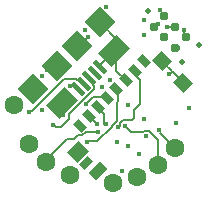
<source format=gbl>
G04*
G04 #@! TF.GenerationSoftware,Altium Limited,Altium Designer,20.0.13 (296)*
G04*
G04 Layer_Physical_Order=4*
G04 Layer_Color=1930808*
%FSLAX25Y25*%
%MOIN*%
G70*
G01*
G75*
%ADD15C,0.00600*%
%ADD45C,0.00800*%
%ADD46C,0.01949*%
%ADD47C,0.01772*%
%ADD48C,0.06299*%
G04:AMPARAMS|DCode=50|XSize=39.37mil|YSize=27.56mil|CornerRadius=0mil|HoleSize=0mil|Usage=FLASHONLY|Rotation=135.000|XOffset=0mil|YOffset=0mil|HoleType=Round|Shape=Rectangle|*
%AMROTATEDRECTD50*
4,1,4,0.02366,-0.00418,0.00418,-0.02366,-0.02366,0.00418,-0.00418,0.02366,0.02366,-0.00418,0.0*
%
%ADD50ROTATEDRECTD50*%

G04:AMPARAMS|DCode=51|XSize=47.24mil|YSize=45.28mil|CornerRadius=0mil|HoleSize=0mil|Usage=FLASHONLY|Rotation=135.000|XOffset=0mil|YOffset=0mil|HoleType=Round|Shape=Rectangle|*
%AMROTATEDRECTD51*
4,1,4,0.03271,-0.00070,0.00070,-0.03271,-0.03271,0.00070,-0.00070,0.03271,0.03271,-0.00070,0.0*
%
%ADD51ROTATEDRECTD51*%

G04:AMPARAMS|DCode=52|XSize=55.12mil|YSize=47.24mil|CornerRadius=0mil|HoleSize=0mil|Usage=FLASHONLY|Rotation=225.000|XOffset=0mil|YOffset=0mil|HoleType=Round|Shape=Rectangle|*
%AMROTATEDRECTD52*
4,1,4,0.00278,0.03619,0.03619,0.00278,-0.00278,-0.03619,-0.03619,-0.00278,0.00278,0.03619,0.0*
%
%ADD52ROTATEDRECTD52*%

G04:AMPARAMS|DCode=53|XSize=39.37mil|YSize=27.56mil|CornerRadius=0mil|HoleSize=0mil|Usage=FLASHONLY|Rotation=225.000|XOffset=0mil|YOffset=0mil|HoleType=Round|Shape=Rectangle|*
%AMROTATEDRECTD53*
4,1,4,0.00418,0.02366,0.02366,0.00418,-0.00418,-0.02366,-0.02366,-0.00418,0.00418,0.02366,0.0*
%
%ADD53ROTATEDRECTD53*%

G04:AMPARAMS|DCode=54|XSize=55.12mil|YSize=35.43mil|CornerRadius=0mil|HoleSize=0mil|Usage=FLASHONLY|Rotation=225.000|XOffset=0mil|YOffset=0mil|HoleType=Round|Shape=Rectangle|*
%AMROTATEDRECTD54*
4,1,4,0.00696,0.03202,0.03202,0.00696,-0.00696,-0.03202,-0.03202,-0.00696,0.00696,0.03202,0.0*
%
%ADD54ROTATEDRECTD54*%

%ADD55C,0.03098*%
G04:AMPARAMS|DCode=56|XSize=53.15mil|YSize=15.75mil|CornerRadius=0mil|HoleSize=0mil|Usage=FLASHONLY|Rotation=315.000|XOffset=0mil|YOffset=0mil|HoleType=Round|Shape=Rectangle|*
%AMROTATEDRECTD56*
4,1,4,-0.02436,0.01322,-0.01322,0.02436,0.02436,-0.01322,0.01322,-0.02436,-0.02436,0.01322,0.0*
%
%ADD56ROTATEDRECTD56*%

G04:AMPARAMS|DCode=57|XSize=86.61mil|YSize=62.99mil|CornerRadius=0mil|HoleSize=0mil|Usage=FLASHONLY|Rotation=45.000|XOffset=0mil|YOffset=0mil|HoleType=Round|Shape=Rectangle|*
%AMROTATEDRECTD57*
4,1,4,-0.00835,-0.05289,-0.05289,-0.00835,0.00835,0.05289,0.05289,0.00835,-0.00835,-0.05289,0.0*
%
%ADD57ROTATEDRECTD57*%

G04:AMPARAMS|DCode=58|XSize=74.8mil|YSize=70.87mil|CornerRadius=0mil|HoleSize=0mil|Usage=FLASHONLY|Rotation=315.000|XOffset=0mil|YOffset=0mil|HoleType=Round|Shape=Rectangle|*
%AMROTATEDRECTD58*
4,1,4,-0.05150,0.00139,-0.00139,0.05150,0.05150,-0.00139,0.00139,-0.05150,-0.05150,0.00139,0.0*
%
%ADD58ROTATEDRECTD58*%

%ADD59P,0.10579X4X360.0*%
D15*
X23778Y17000D02*
X28000D01*
X22568Y15790D02*
X23778Y17000D01*
X21290Y15790D02*
X22568D01*
X20000Y14500D02*
X21290Y15790D01*
X17500Y14500D02*
X20000D01*
X10500Y7500D02*
X17500Y14500D01*
X10500Y7000D02*
Y7500D01*
D45*
X24500Y14000D02*
X27667D01*
X34500Y18412D02*
X35114Y19027D01*
X27667Y14000D02*
X32386Y18719D01*
Y19053D02*
X34057Y20724D01*
X32386Y18719D02*
Y19053D01*
X34500Y18412D02*
Y18500D01*
X30060Y19500D02*
X30500D01*
X29950Y19610D02*
X30060Y19500D01*
X24093Y13593D02*
Y14093D01*
X27508Y19492D02*
X27643D01*
X24485Y13985D02*
X24500Y14000D01*
X23985Y13985D02*
X24485Y13985D01*
X24004Y26130D02*
Y26346D01*
X18238Y23031D02*
X26555Y31348D01*
X37000Y19000D02*
X39000Y17000D01*
X35114Y19027D02*
Y19781D01*
X36219Y20886D02*
X39203D01*
X39868Y21550D01*
X35114Y19781D02*
X36219Y20886D01*
X27039Y28516D02*
X27071Y28547D01*
X26174Y28516D02*
X27039D01*
X27071Y28547D02*
X27899D01*
X24004Y26346D02*
X26174Y28516D01*
X27899Y28547D02*
X27931Y28516D01*
X29019D01*
X29164Y28661D01*
X30500D01*
X31062Y28098D01*
X48000Y6000D02*
Y14167D01*
X39000Y17000D02*
X42829D01*
X44781Y17386D02*
X48000Y14167D01*
X42829Y17000D02*
X43214Y17386D01*
X44781D01*
X21681Y45681D02*
X24500Y48500D01*
X20822Y45681D02*
X21681D01*
X20822Y43822D02*
Y45681D01*
X14141Y39000D02*
X16000D01*
X39868Y21550D02*
Y24240D01*
X34445Y29505D02*
Y30190D01*
X33984Y30651D02*
X34445Y30190D01*
X34429Y29489D02*
X34445Y29505D01*
X34429Y27266D02*
Y29489D01*
X28537Y3912D02*
X29872Y5248D01*
X27735Y3912D02*
X28537D01*
X39868Y24240D02*
X40000Y24373D01*
Y24416D01*
X48419Y16581D02*
X53500Y11500D01*
X13000Y19386D02*
X13069D01*
X5830Y23986D02*
X16555Y34711D01*
X5000Y23500D02*
X5263D01*
X5749Y23986D01*
X5830D01*
X13069Y19386D02*
X13954Y18500D01*
X15500D01*
X56631Y48940D02*
X57071Y48500D01*
X56631Y48940D02*
Y50099D01*
X56628Y50102D02*
X56631Y50099D01*
X56628Y50102D02*
Y50875D01*
X56442Y51061D02*
X56628Y50875D01*
X18238Y21238D02*
Y23031D01*
X15500Y18500D02*
X18238Y21238D01*
X18571Y32310D02*
X19153D01*
X19987Y32597D02*
X21309Y31275D01*
X19153Y32310D02*
X19439Y32597D01*
X19987D01*
X18385Y32124D02*
X18571Y32310D01*
X33350Y40650D02*
Y44011D01*
Y40650D02*
X34000Y40000D01*
Y37410D02*
X37187Y34223D01*
X34000Y37410D02*
Y40000D01*
X49227Y40417D02*
X52515Y37129D01*
X51675Y36290D02*
X51938D01*
X52460Y36812D01*
X52832D01*
X56437Y33207D01*
X28474Y38587D02*
X28548Y38513D01*
X28474Y38587D02*
Y39135D01*
X33350Y44011D01*
X28617Y53476D02*
X34000Y48093D01*
Y48000D02*
Y48093D01*
X6500Y32808D02*
Y35000D01*
X6346Y32654D02*
X6500Y32808D01*
X6346Y31205D02*
Y32654D01*
X34184Y21201D02*
Y27022D01*
X34057Y21073D02*
X34184Y21201D01*
X34057Y20724D02*
Y21073D01*
X25026Y21974D02*
X27508Y19492D01*
X29950Y19610D02*
Y23086D01*
X40249Y35902D02*
X41912Y34239D01*
X40000Y24416D02*
X41912Y26327D01*
Y34239D01*
X40249Y35902D02*
Y37285D01*
X51018Y52018D02*
X53518D01*
X51000Y52000D02*
X51018Y52018D01*
X53518D02*
X53535Y52035D01*
X48464Y57639D02*
X50000Y56103D01*
Y55571D02*
Y56103D01*
X26555Y31348D02*
Y32176D01*
X24929Y34894D02*
X26251Y33571D01*
Y32480D02*
Y33571D01*
Y32480D02*
X26555Y32176D01*
X20401Y34711D02*
X20705Y34407D01*
X16555Y34711D02*
X20401D01*
X20705Y34407D02*
X21797D01*
X23119Y33084D01*
X33984Y30651D02*
X34124Y30792D01*
X28000Y25036D02*
X29950Y23086D01*
X24938Y21974D02*
X25026D01*
D46*
X61667Y46025D02*
D03*
X56010Y40368D02*
D03*
X44697Y57339D02*
D03*
D47*
X29337Y31890D02*
D03*
X34500Y18500D02*
D03*
X30500Y19500D02*
D03*
X24093Y13593D02*
D03*
X28000Y17000D02*
D03*
X27643Y19492D02*
D03*
X16352Y22681D02*
D03*
X34055Y13555D02*
D03*
X37873Y12445D02*
D03*
X24004Y26130D02*
D03*
X20488Y9786D02*
D03*
X37000Y19000D02*
D03*
D03*
X32017Y34376D02*
D03*
X54000Y20000D02*
D03*
X36000Y4000D02*
D03*
X44000Y15500D02*
D03*
X24500Y48500D02*
D03*
X11000Y37500D02*
D03*
X41500Y9450D02*
D03*
X37900Y26000D02*
D03*
X43075Y21266D02*
D03*
X9136Y24214D02*
D03*
X48233Y17616D02*
D03*
X13000Y19386D02*
D03*
X5000Y23500D02*
D03*
X56442Y51061D02*
D03*
X58250Y25000D02*
D03*
X18385Y32124D02*
D03*
X54567Y44972D02*
D03*
X51675Y36290D02*
D03*
X43314Y49268D02*
D03*
X6500Y35000D02*
D03*
X43139Y54275D02*
D03*
X9082Y35582D02*
D03*
X23558Y50785D02*
D03*
X30539Y58667D02*
D03*
X48000Y53000D02*
D03*
X51000Y52000D02*
D03*
X48464Y57639D02*
D03*
X34000Y48000D02*
D03*
D48*
X33000Y0D02*
D03*
X0Y26000D02*
D03*
X48000Y6000D02*
D03*
X18500Y2500D02*
D03*
X10500Y7000D02*
D03*
X53500Y11500D02*
D03*
X5000Y13000D02*
D03*
X41000Y2000D02*
D03*
D50*
X21778Y19056D02*
D03*
X24840Y22119D02*
D03*
X27903Y25181D02*
D03*
X30965Y28243D02*
D03*
X34027Y31306D02*
D03*
X37089Y34368D02*
D03*
X40152Y37430D02*
D03*
X43214Y40492D02*
D03*
D51*
X49130Y40562D02*
D03*
X56340Y33352D02*
D03*
D52*
X21333Y10315D02*
D03*
D53*
X23977Y6557D02*
D03*
D54*
X27735Y3912D02*
D03*
D55*
X53535Y44965D02*
D03*
X57071Y48500D02*
D03*
X50000D02*
D03*
X53535Y52035D02*
D03*
X46464D02*
D03*
X50000Y55571D02*
D03*
D56*
X21309Y31275D02*
D03*
X23119Y33084D02*
D03*
X24929Y34894D02*
D03*
X26738Y36703D02*
D03*
X28548Y38513D02*
D03*
D57*
X15811Y26472D02*
D03*
X33350Y44011D02*
D03*
D58*
X6346Y31205D02*
D03*
X28617Y53476D02*
D03*
D59*
X14141Y39000D02*
D03*
X20822Y45681D02*
D03*
M02*

</source>
